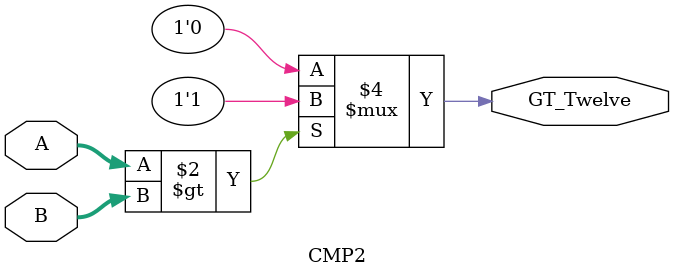
<source format=v>
`timescale 1ns / 1ps

module CMP2(
        input [3:0] A, B,
        output reg GT_Twelve
    );
    
    always @(A or B)
    begin
        if(A > B) GT_Twelve = 1;
        else GT_Twelve = 0;
    end
endmodule

</source>
